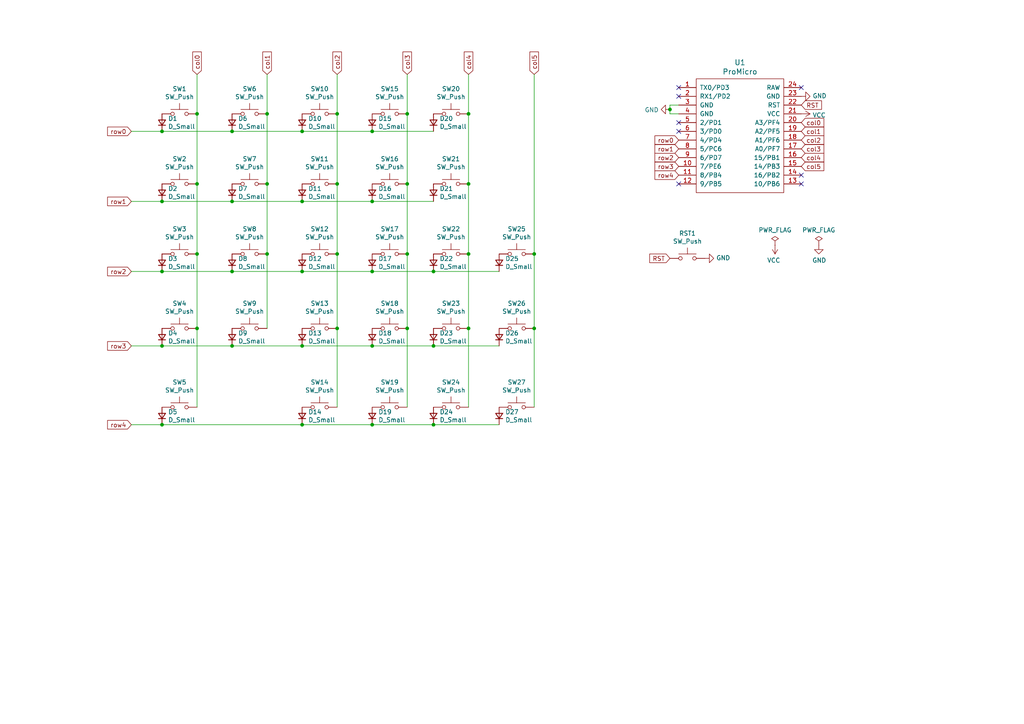
<source format=kicad_sch>
(kicad_sch (version 20210621) (generator eeschema)
  (paper "A4")
  (lib_symbols
    (symbol "Device:D_Small" (pin_numbers hide) (pin_names (offset 0.254) hide)
      (property "Reference" "D" (at -1.27 2.032 0))
      (property "Value" "Device_D_Small" (at -3.81 -2.032 0))
      (symbol "D_Small_0_1"
        (polyline (pts (xy -0.762 -1.016) (xy -0.762 1.016)) (stroke (width 0.254)))
        (polyline (pts (xy -0.762 0) (xy 0.762 0)))
        (polyline (pts (xy 0.762 -1.016) (xy -0.762 0) (xy 0.762 1.016) (xy 0.762 -1.016)) (stroke (width 0.254)))
      )
      (symbol "D_Small_1_1"
        (pin passive line (at -2.54 0 0) (length 1.778) (name "K") (number "1"))
        (pin passive line (at 2.54 0 180) (length 1.778) (name "A") (number "2"))
      )
    )
    (symbol "Switch:SW_Push" (pin_numbers hide) (pin_names (offset 1.016) hide)
      (property "Reference" "SW" (at 1.27 2.54 0))
      (property "Value" "Switch_SW_Push" (at 0 -1.524 0))
      (symbol "SW_Push_0_1"
        (circle (center -2.032 0) (radius 0.508))
        (circle (center 2.032 0) (radius 0.508))
        (polyline (pts (xy 0 1.27) (xy 0 3.048)))
        (polyline (pts (xy 2.54 1.27) (xy -2.54 1.27)))
        (pin passive line (at -5.08 0 0) (length 2.54) (name "1") (number "1"))
        (pin passive line (at 5.08 0 180) (length 2.54) (name "2") (number "2"))
      )
    )
    (symbol "keebio:ProMicro" (pin_names (offset 1.016))
      (property "Reference" "U" (at 0 0 0))
      (property "Value" "ProMicro" (at 0 -19.05 0))
      (symbol "ProMicro_0_1"
        (rectangle (start -12.7 -16.51) (end 12.7 16.51))
      )
      (symbol "ProMicro_1_1"
        (pin input line (at -17.78 13.97 0) (length 5.08) (name "TX0/PD3") (number "1"))
        (pin input line (at -17.78 -8.89 0) (length 5.08) (name "7/PE6") (number "10"))
        (pin input line (at -17.78 -11.43 0) (length 5.08) (name "8/PB4") (number "11"))
        (pin input line (at -17.78 -13.97 0) (length 5.08) (name "9/PB5") (number "12"))
        (pin input line (at 17.78 -13.97 180) (length 5.08) (name "10/PB6") (number "13"))
        (pin input line (at 17.78 -11.43 180) (length 5.08) (name "16/PB2") (number "14"))
        (pin input line (at 17.78 -8.89 180) (length 5.08) (name "14/PB3") (number "15"))
        (pin input line (at 17.78 -6.35 180) (length 5.08) (name "15/PB1") (number "16"))
        (pin input line (at 17.78 -3.81 180) (length 5.08) (name "A0/PF7") (number "17"))
        (pin input line (at 17.78 -1.27 180) (length 5.08) (name "A1/PF6") (number "18"))
        (pin input line (at 17.78 1.27 180) (length 5.08) (name "A2/PF5") (number "19"))
        (pin input line (at -17.78 11.43 0) (length 5.08) (name "RX1/PD2") (number "2"))
        (pin input line (at 17.78 3.81 180) (length 5.08) (name "A3/PF4") (number "20"))
        (pin input line (at 17.78 6.35 180) (length 5.08) (name "VCC") (number "21"))
        (pin input line (at 17.78 8.89 180) (length 5.08) (name "RST") (number "22"))
        (pin input line (at 17.78 11.43 180) (length 5.08) (name "GND") (number "23"))
        (pin input line (at 17.78 13.97 180) (length 5.08) (name "RAW") (number "24"))
        (pin input line (at -17.78 8.89 0) (length 5.08) (name "GND") (number "3"))
        (pin input line (at -17.78 6.35 0) (length 5.08) (name "GND") (number "4"))
        (pin input line (at -17.78 3.81 0) (length 5.08) (name "2/PD1") (number "5"))
        (pin input line (at -17.78 1.27 0) (length 5.08) (name "3/PD0") (number "6"))
        (pin input line (at -17.78 -1.27 0) (length 5.08) (name "4/PD4") (number "7"))
        (pin input line (at -17.78 -3.81 0) (length 5.08) (name "5/PC6") (number "8"))
        (pin input line (at -17.78 -6.35 0) (length 5.08) (name "6/PD7") (number "9"))
      )
    )
    (symbol "power:GND" (power) (pin_names (offset 0))
      (property "Value" "power_GND" (at 0 -3.81 0))
      (symbol "GND_0_1"
        (polyline (pts (xy 0 0) (xy 0 -1.27) (xy 1.27 -1.27) (xy 0 -2.54) (xy -1.27 -1.27) (xy 0 -1.27)))
      )
      (symbol "GND_1_1"
        (pin power_in line (at 0 0 270) (length 0) hide (name "GND") (number "1"))
      )
    )
    (symbol "power:PWR_FLAG" (power) (pin_numbers hide) (pin_names (offset 0) hide)
      (property "Value" "power_PWR_FLAG" (at 0 3.81 0))
      (symbol "PWR_FLAG_0_0"
        (pin power_out line (at 0 0 90) (length 0) (name "pwr") (number "1"))
      )
      (symbol "PWR_FLAG_0_1"
        (polyline (pts (xy 0 0) (xy 0 1.27) (xy -1.016 1.905) (xy 0 2.54) (xy 1.016 1.905) (xy 0 1.27)))
      )
    )
    (symbol "power:VCC" (power) (pin_names (offset 0))
      (property "Value" "power_VCC" (at 0 3.81 0))
      (symbol "VCC_0_1"
        (polyline (pts (xy -0.762 1.27) (xy 0 2.54)))
        (polyline (pts (xy 0 0) (xy 0 2.54)))
        (polyline (pts (xy 0 2.54) (xy 0.762 1.27)))
      )
      (symbol "VCC_1_1"
        (pin power_in line (at 0 0 90) (length 0) hide (name "VCC") (number "1"))
      )
    )
  )
  (junction (at 46.99 38.1))
  (junction (at 46.99 58.42))
  (junction (at 46.99 78.74))
  (junction (at 46.99 100.33))
  (junction (at 46.99 123.19))
  (junction (at 57.15 33.02))
  (junction (at 57.15 53.34))
  (junction (at 57.15 73.66))
  (junction (at 57.15 95.25))
  (junction (at 67.31 38.1))
  (junction (at 67.31 58.42))
  (junction (at 67.31 78.74))
  (junction (at 67.31 100.33))
  (junction (at 77.47 33.02))
  (junction (at 77.47 53.34))
  (junction (at 77.47 73.66))
  (junction (at 87.63 38.1))
  (junction (at 87.63 58.42))
  (junction (at 87.63 78.74))
  (junction (at 87.63 100.33))
  (junction (at 87.63 123.19))
  (junction (at 97.79 33.02))
  (junction (at 97.79 53.34))
  (junction (at 97.79 73.66))
  (junction (at 97.79 95.25))
  (junction (at 107.95 38.1))
  (junction (at 107.95 58.42))
  (junction (at 107.95 78.74))
  (junction (at 107.95 100.33))
  (junction (at 107.95 123.19))
  (junction (at 118.11 33.02))
  (junction (at 118.11 53.34))
  (junction (at 118.11 73.66))
  (junction (at 118.11 95.25))
  (junction (at 125.73 78.74))
  (junction (at 125.73 100.33))
  (junction (at 125.73 123.19))
  (junction (at 135.89 33.02))
  (junction (at 135.89 53.34))
  (junction (at 135.89 73.66))
  (junction (at 135.89 95.25))
  (junction (at 154.94 73.66))
  (junction (at 154.94 95.25))
  (junction (at 194.31 31.75))
  (no_connect (at 196.85 25.4))
  (no_connect (at 196.85 27.94))
  (no_connect (at 196.85 35.56))
  (no_connect (at 196.85 38.1))
  (no_connect (at 196.85 53.34))
  (no_connect (at 232.41 25.4))
  (no_connect (at 232.41 50.8))
  (no_connect (at 232.41 53.34))
  (wire (pts (xy 38.1 58.42) (xy 46.99 58.42)))
  (wire (pts (xy 46.99 38.1) (xy 38.1 38.1)))
  (wire (pts (xy 46.99 78.74) (xy 38.1 78.74)))
  (wire (pts (xy 46.99 100.33) (xy 38.1 100.33)))
  (wire (pts (xy 46.99 123.19) (xy 38.1 123.19)))
  (wire (pts (xy 57.15 21.59) (xy 57.15 33.02)))
  (wire (pts (xy 57.15 33.02) (xy 57.15 53.34)))
  (wire (pts (xy 57.15 53.34) (xy 57.15 73.66)))
  (wire (pts (xy 57.15 73.66) (xy 57.15 95.25)))
  (wire (pts (xy 57.15 95.25) (xy 57.15 118.11)))
  (wire (pts (xy 67.31 38.1) (xy 46.99 38.1)))
  (wire (pts (xy 67.31 58.42) (xy 46.99 58.42)))
  (wire (pts (xy 67.31 78.74) (xy 46.99 78.74)))
  (wire (pts (xy 67.31 100.33) (xy 46.99 100.33)))
  (wire (pts (xy 77.47 21.59) (xy 77.47 33.02)))
  (wire (pts (xy 77.47 33.02) (xy 77.47 53.34)))
  (wire (pts (xy 77.47 73.66) (xy 77.47 53.34)))
  (wire (pts (xy 77.47 73.66) (xy 77.47 95.25)))
  (wire (pts (xy 87.63 38.1) (xy 67.31 38.1)))
  (wire (pts (xy 87.63 58.42) (xy 67.31 58.42)))
  (wire (pts (xy 87.63 78.74) (xy 67.31 78.74)))
  (wire (pts (xy 87.63 100.33) (xy 67.31 100.33)))
  (wire (pts (xy 87.63 123.19) (xy 46.99 123.19)))
  (wire (pts (xy 97.79 21.59) (xy 97.79 33.02)))
  (wire (pts (xy 97.79 33.02) (xy 97.79 53.34)))
  (wire (pts (xy 97.79 73.66) (xy 97.79 53.34)))
  (wire (pts (xy 97.79 95.25) (xy 97.79 73.66)))
  (wire (pts (xy 97.79 118.11) (xy 97.79 95.25)))
  (wire (pts (xy 107.95 38.1) (xy 87.63 38.1)))
  (wire (pts (xy 107.95 58.42) (xy 87.63 58.42)))
  (wire (pts (xy 107.95 78.74) (xy 87.63 78.74)))
  (wire (pts (xy 107.95 100.33) (xy 87.63 100.33)))
  (wire (pts (xy 107.95 123.19) (xy 87.63 123.19)))
  (wire (pts (xy 118.11 33.02) (xy 118.11 21.59)))
  (wire (pts (xy 118.11 33.02) (xy 118.11 53.34)))
  (wire (pts (xy 118.11 73.66) (xy 118.11 53.34)))
  (wire (pts (xy 118.11 95.25) (xy 118.11 73.66)))
  (wire (pts (xy 118.11 118.11) (xy 118.11 95.25)))
  (wire (pts (xy 125.73 38.1) (xy 107.95 38.1)))
  (wire (pts (xy 125.73 58.42) (xy 107.95 58.42)))
  (wire (pts (xy 125.73 78.74) (xy 107.95 78.74)))
  (wire (pts (xy 125.73 100.33) (xy 107.95 100.33)))
  (wire (pts (xy 125.73 123.19) (xy 107.95 123.19)))
  (wire (pts (xy 135.89 21.59) (xy 135.89 33.02)))
  (wire (pts (xy 135.89 33.02) (xy 135.89 53.34)))
  (wire (pts (xy 135.89 53.34) (xy 135.89 73.66)))
  (wire (pts (xy 135.89 73.66) (xy 135.89 95.25)))
  (wire (pts (xy 135.89 95.25) (xy 135.89 118.11)))
  (wire (pts (xy 144.78 78.74) (xy 125.73 78.74)))
  (wire (pts (xy 144.78 100.33) (xy 125.73 100.33)))
  (wire (pts (xy 144.78 123.19) (xy 125.73 123.19)))
  (wire (pts (xy 154.94 21.59) (xy 154.94 73.66)))
  (wire (pts (xy 154.94 73.66) (xy 154.94 95.25)))
  (wire (pts (xy 154.94 95.25) (xy 154.94 118.11)))
  (wire (pts (xy 194.31 30.48) (xy 194.31 31.75)))
  (wire (pts (xy 194.31 33.02) (xy 194.31 31.75)))
  (wire (pts (xy 196.85 30.48) (xy 194.31 30.48)))
  (wire (pts (xy 196.85 33.02) (xy 194.31 33.02)))
  (global_label "row0" (shape input) (at 38.1 38.1 180) (property "Intersheet References" "${INTERSHEET_REFS}" (effects hide)))
  (global_label "row1" (shape input) (at 38.1 58.42 180) (property "Intersheet References" "${INTERSHEET_REFS}" (effects hide)))
  (global_label "row2" (shape input) (at 38.1 78.74 180) (property "Intersheet References" "${INTERSHEET_REFS}" (effects hide)))
  (global_label "row3" (shape input) (at 38.1 100.33 180) (property "Intersheet References" "${INTERSHEET_REFS}" (effects hide)))
  (global_label "row4" (shape input) (at 38.1 123.19 180) (property "Intersheet References" "${INTERSHEET_REFS}" (effects hide)))
  (global_label "col0" (shape input) (at 57.15 21.59 90) (property "Intersheet References" "${INTERSHEET_REFS}" (effects hide)))
  (global_label "col1" (shape input) (at 77.47 21.59 90) (property "Intersheet References" "${INTERSHEET_REFS}" (effects hide)))
  (global_label "col2" (shape input) (at 97.79 21.59 90) (property "Intersheet References" "${INTERSHEET_REFS}" (effects hide)))
  (global_label "col3" (shape input) (at 118.11 21.59 90) (property "Intersheet References" "${INTERSHEET_REFS}" (effects hide)))
  (global_label "col4" (shape input) (at 135.89 21.59 90) (property "Intersheet References" "${INTERSHEET_REFS}" (effects hide)))
  (global_label "col5" (shape input) (at 154.94 21.59 90) (property "Intersheet References" "${INTERSHEET_REFS}" (effects hide)))
  (global_label "RST" (shape input) (at 194.31 74.93 180) (property "Intersheet References" "${INTERSHEET_REFS}" (effects hide)))
  (global_label "row0" (shape input) (at 196.85 40.64 180) (property "Intersheet References" "${INTERSHEET_REFS}" (effects hide)))
  (global_label "row1" (shape input) (at 196.85 43.18 180) (property "Intersheet References" "${INTERSHEET_REFS}" (effects hide)))
  (global_label "row2" (shape input) (at 196.85 45.72 180) (property "Intersheet References" "${INTERSHEET_REFS}" (effects hide)))
  (global_label "row3" (shape input) (at 196.85 48.26 180) (property "Intersheet References" "${INTERSHEET_REFS}" (effects hide)))
  (global_label "row4" (shape input) (at 196.85 50.8 180) (property "Intersheet References" "${INTERSHEET_REFS}" (effects hide)))
  (global_label "RST" (shape input) (at 232.41 30.48 0) (property "Intersheet References" "${INTERSHEET_REFS}" (effects hide)))
  (global_label "col0" (shape input) (at 232.41 35.56 0) (property "Intersheet References" "${INTERSHEET_REFS}" (effects hide)))
  (global_label "col1" (shape input) (at 232.41 38.1 0) (property "Intersheet References" "${INTERSHEET_REFS}" (effects hide)))
  (global_label "col2" (shape input) (at 232.41 40.64 0) (property "Intersheet References" "${INTERSHEET_REFS}" (effects hide)))
  (global_label "col3" (shape input) (at 232.41 43.18 0) (property "Intersheet References" "${INTERSHEET_REFS}" (effects hide)))
  (global_label "col4" (shape input) (at 232.41 45.72 0) (property "Intersheet References" "${INTERSHEET_REFS}" (effects hide)))
  (global_label "col5" (shape input) (at 232.41 48.26 0) (property "Intersheet References" "${INTERSHEET_REFS}" (effects hide)))
  (symbol (lib_id "power:VCC") (at 224.79 71.12 180) (unit 1)
    (property "Reference" "#PWR03" (effects hide))
    (property "Value" "VCC" (at 224.409 75.5142 0))
  )
  (symbol (lib_id "power:VCC") (at 232.41 33.02 270) (unit 1)
    (property "Reference" "#PWR05" (effects hide))
    (property "Value" "VCC" (at 235.6612 33.401 90) (effects (justify left)))
  )
  (symbol (lib_id "power:PWR_FLAG") (at 224.79 71.12 0) (unit 1)
    (property "Reference" "#FLG01" (effects hide))
    (property "Value" "PWR_FLAG" (at 224.79 66.7258 0))
  )
  (symbol (lib_id "power:PWR_FLAG") (at 237.49 71.12 0) (unit 1)
    (property "Reference" "#FLG02" (effects hide))
    (property "Value" "PWR_FLAG" (at 237.49 66.7258 0))
  )
  (symbol (lib_id "power:GND") (at 194.31 31.75 270) (unit 1)
    (property "Reference" "#PWR01" (effects hide))
    (property "Value" "GND" (at 191.0588 31.877 90) (effects (justify right)))
  )
  (symbol (lib_id "power:GND") (at 204.47 74.93 90) (unit 1)
    (property "Reference" "#PWR02" (effects hide))
    (property "Value" "GND" (at 207.7212 74.803 90) (effects (justify right)))
  )
  (symbol (lib_id "power:GND") (at 232.41 27.94 90) (unit 1)
    (property "Reference" "#PWR04" (effects hide))
    (property "Value" "GND" (at 235.6612 27.813 90) (effects (justify right)))
  )
  (symbol (lib_id "power:GND") (at 237.49 71.12 0) (unit 1)
    (property "Reference" "#PWR06" (effects hide))
    (property "Value" "GND" (at 237.617 75.5142 0))
  )
  (symbol (lib_id "Device:D_Small") (at 46.99 35.56 90) (unit 1)
    (property "Reference" "D1" (at 48.768 34.3916 90) (effects (justify right)))
    (property "Value" "D_Small" (at 48.768 36.703 90) (effects (justify right)))
    (property "Footprint" "acheron_Components:D_THT_7.62mm" (effects hide))
  )
  (symbol (lib_id "Device:D_Small") (at 46.99 55.88 90) (unit 1)
    (property "Reference" "D2" (at 48.768 54.7116 90) (effects (justify right)))
    (property "Value" "D_Small" (at 48.768 57.023 90) (effects (justify right)))
    (property "Footprint" "acheron_Components:D_THT_7.62mm" (effects hide))
  )
  (symbol (lib_id "Device:D_Small") (at 46.99 76.2 90) (unit 1)
    (property "Reference" "D3" (at 48.768 75.0316 90) (effects (justify right)))
    (property "Value" "D_Small" (at 48.768 77.343 90) (effects (justify right)))
    (property "Footprint" "acheron_Components:D_THT_7.62mm" (effects hide))
  )
  (symbol (lib_id "Device:D_Small") (at 46.99 97.79 90) (unit 1)
    (property "Reference" "D4" (at 48.768 96.6216 90) (effects (justify right)))
    (property "Value" "D_Small" (at 48.768 98.933 90) (effects (justify right)))
    (property "Footprint" "acheron_Components:D_THT_7.62mm" (effects hide))
  )
  (symbol (lib_id "Device:D_Small") (at 46.99 120.65 90) (unit 1)
    (property "Reference" "D5" (at 48.768 119.4816 90) (effects (justify right)))
    (property "Value" "D_Small" (at 48.768 121.793 90) (effects (justify right)))
    (property "Footprint" "acheron_Components:D_THT_7.62mm" (effects hide))
  )
  (symbol (lib_id "Device:D_Small") (at 67.31 35.56 90) (unit 1)
    (property "Reference" "D6" (at 69.088 34.3916 90) (effects (justify right)))
    (property "Value" "D_Small" (at 69.088 36.703 90) (effects (justify right)))
    (property "Footprint" "acheron_Components:D_THT_7.62mm" (effects hide))
  )
  (symbol (lib_id "Device:D_Small") (at 67.31 55.88 90) (unit 1)
    (property "Reference" "D7" (at 69.088 54.7116 90) (effects (justify right)))
    (property "Value" "D_Small" (at 69.088 57.023 90) (effects (justify right)))
    (property "Footprint" "acheron_Components:D_THT_7.62mm" (effects hide))
  )
  (symbol (lib_id "Device:D_Small") (at 67.31 76.2 90) (unit 1)
    (property "Reference" "D8" (at 69.088 75.0316 90) (effects (justify right)))
    (property "Value" "D_Small" (at 69.088 77.343 90) (effects (justify right)))
    (property "Footprint" "acheron_Components:D_THT_7.62mm" (effects hide))
  )
  (symbol (lib_id "Device:D_Small") (at 67.31 97.79 90) (unit 1)
    (property "Reference" "D9" (at 69.088 96.6216 90) (effects (justify right)))
    (property "Value" "D_Small" (at 69.088 98.933 90) (effects (justify right)))
    (property "Footprint" "acheron_Components:D_THT_7.62mm" (effects hide))
  )
  (symbol (lib_id "Device:D_Small") (at 87.63 35.56 90) (unit 1)
    (property "Reference" "D10" (at 89.408 34.3916 90) (effects (justify right)))
    (property "Value" "D_Small" (at 89.408 36.703 90) (effects (justify right)))
    (property "Footprint" "acheron_Components:D_THT_7.62mm" (effects hide))
  )
  (symbol (lib_id "Device:D_Small") (at 87.63 55.88 90) (unit 1)
    (property "Reference" "D11" (at 89.408 54.7116 90) (effects (justify right)))
    (property "Value" "D_Small" (at 89.408 57.023 90) (effects (justify right)))
    (property "Footprint" "acheron_Components:D_THT_7.62mm" (effects hide))
  )
  (symbol (lib_id "Device:D_Small") (at 87.63 76.2 90) (unit 1)
    (property "Reference" "D12" (at 89.408 75.0316 90) (effects (justify right)))
    (property "Value" "D_Small" (at 89.408 77.343 90) (effects (justify right)))
    (property "Footprint" "acheron_Components:D_THT_7.62mm" (effects hide))
  )
  (symbol (lib_id "Device:D_Small") (at 87.63 97.79 90) (unit 1)
    (property "Reference" "D13" (at 89.408 96.6216 90) (effects (justify right)))
    (property "Value" "D_Small" (at 89.408 98.933 90) (effects (justify right)))
    (property "Footprint" "acheron_Components:D_THT_7.62mm" (effects hide))
  )
  (symbol (lib_id "Device:D_Small") (at 87.63 120.65 90) (unit 1)
    (property "Reference" "D14" (at 89.408 119.4816 90) (effects (justify right)))
    (property "Value" "D_Small" (at 89.408 121.793 90) (effects (justify right)))
    (property "Footprint" "acheron_Components:D_THT_7.62mm" (effects hide))
  )
  (symbol (lib_id "Device:D_Small") (at 107.95 35.56 90) (unit 1)
    (property "Reference" "D15" (at 109.728 34.3916 90) (effects (justify right)))
    (property "Value" "D_Small" (at 109.728 36.703 90) (effects (justify right)))
    (property "Footprint" "acheron_Components:D_THT_7.62mm" (effects hide))
  )
  (symbol (lib_id "Device:D_Small") (at 107.95 55.88 90) (unit 1)
    (property "Reference" "D16" (at 109.728 54.7116 90) (effects (justify right)))
    (property "Value" "D_Small" (at 109.728 57.023 90) (effects (justify right)))
    (property "Footprint" "acheron_Components:D_THT_7.62mm" (effects hide))
  )
  (symbol (lib_id "Device:D_Small") (at 107.95 76.2 90) (unit 1)
    (property "Reference" "D17" (at 109.728 75.0316 90) (effects (justify right)))
    (property "Value" "D_Small" (at 109.728 77.343 90) (effects (justify right)))
    (property "Footprint" "acheron_Components:D_THT_7.62mm" (effects hide))
  )
  (symbol (lib_id "Device:D_Small") (at 107.95 97.79 90) (unit 1)
    (property "Reference" "D18" (at 109.728 96.6216 90) (effects (justify right)))
    (property "Value" "D_Small" (at 109.728 98.933 90) (effects (justify right)))
    (property "Footprint" "acheron_Components:D_THT_7.62mm" (effects hide))
  )
  (symbol (lib_id "Device:D_Small") (at 107.95 120.65 90) (unit 1)
    (property "Reference" "D19" (at 109.728 119.4816 90) (effects (justify right)))
    (property "Value" "D_Small" (at 109.728 121.793 90) (effects (justify right)))
    (property "Footprint" "acheron_Components:D_THT_7.62mm" (effects hide))
  )
  (symbol (lib_id "Device:D_Small") (at 125.73 35.56 90) (unit 1)
    (property "Reference" "D20" (at 127.508 34.3916 90) (effects (justify right)))
    (property "Value" "D_Small" (at 127.508 36.703 90) (effects (justify right)))
    (property "Footprint" "acheron_Components:D_THT_7.62mm" (effects hide))
  )
  (symbol (lib_id "Device:D_Small") (at 125.73 55.88 90) (unit 1)
    (property "Reference" "D21" (at 127.508 54.7116 90) (effects (justify right)))
    (property "Value" "D_Small" (at 127.508 57.023 90) (effects (justify right)))
    (property "Footprint" "acheron_Components:D_THT_7.62mm" (effects hide))
  )
  (symbol (lib_id "Device:D_Small") (at 125.73 76.2 90) (unit 1)
    (property "Reference" "D22" (at 127.508 75.0316 90) (effects (justify right)))
    (property "Value" "D_Small" (at 127.508 77.343 90) (effects (justify right)))
    (property "Footprint" "acheron_Components:D_THT_7.62mm" (effects hide))
  )
  (symbol (lib_id "Device:D_Small") (at 125.73 97.79 90) (unit 1)
    (property "Reference" "D23" (at 127.508 96.6216 90) (effects (justify right)))
    (property "Value" "D_Small" (at 127.508 98.933 90) (effects (justify right)))
    (property "Footprint" "acheron_Components:D_THT_7.62mm" (effects hide))
  )
  (symbol (lib_id "Device:D_Small") (at 125.73 120.65 90) (unit 1)
    (property "Reference" "D24" (at 127.508 119.4816 90) (effects (justify right)))
    (property "Value" "D_Small" (at 127.508 121.793 90) (effects (justify right)))
    (property "Footprint" "acheron_Components:D_THT_7.62mm" (effects hide))
  )
  (symbol (lib_id "Device:D_Small") (at 144.78 76.2 90) (unit 1)
    (property "Reference" "D25" (at 146.558 75.0316 90) (effects (justify right)))
    (property "Value" "D_Small" (at 146.558 77.343 90) (effects (justify right)))
    (property "Footprint" "acheron_Components:D_THT_7.62mm" (effects hide))
  )
  (symbol (lib_id "Device:D_Small") (at 144.78 97.79 90) (unit 1)
    (property "Reference" "D26" (at 146.558 96.6216 90) (effects (justify right)))
    (property "Value" "D_Small" (at 146.558 98.933 90) (effects (justify right)))
    (property "Footprint" "acheron_Components:D_THT_7.62mm" (effects hide))
  )
  (symbol (lib_id "Device:D_Small") (at 144.78 120.65 90) (unit 1)
    (property "Reference" "D27" (at 146.558 119.4816 90) (effects (justify right)))
    (property "Value" "D_Small" (at 146.558 121.793 90) (effects (justify right)))
    (property "Footprint" "acheron_Components:D_THT_7.62mm" (effects hide))
  )
  (symbol (lib_id "Switch:SW_Push") (at 52.07 33.02 0) (unit 1)
    (property "Reference" "SW1" (at 52.07 25.781 0))
    (property "Value" "SW_Push" (at 52.07 28.0924 0))
    (property "Footprint" "MX_Only:MXOnly-1U-NoLED" (effects hide))
  )
  (symbol (lib_id "Switch:SW_Push") (at 52.07 53.34 0) (unit 1)
    (property "Reference" "SW2" (at 52.07 46.101 0))
    (property "Value" "SW_Push" (at 52.07 48.4124 0))
    (property "Footprint" "MX_Only:MXOnly-1U-NoLED" (effects hide))
  )
  (symbol (lib_id "Switch:SW_Push") (at 52.07 73.66 0) (unit 1)
    (property "Reference" "SW3" (at 52.07 66.421 0))
    (property "Value" "SW_Push" (at 52.07 68.7324 0))
    (property "Footprint" "MX_Only:MXOnly-1U-NoLED" (effects hide))
  )
  (symbol (lib_id "Switch:SW_Push") (at 52.07 95.25 0) (unit 1)
    (property "Reference" "SW4" (at 52.07 88.011 0))
    (property "Value" "SW_Push" (at 52.07 90.3224 0))
    (property "Footprint" "MX_Only:MXOnly-1U-NoLED" (effects hide))
  )
  (symbol (lib_id "Switch:SW_Push") (at 52.07 118.11 0) (unit 1)
    (property "Reference" "SW5" (at 52.07 110.871 0))
    (property "Value" "SW_Push" (at 52.07 113.1824 0))
    (property "Footprint" "MX_Only:MXOnly-1U-NoLED" (effects hide))
  )
  (symbol (lib_id "Switch:SW_Push") (at 72.39 33.02 0) (unit 1)
    (property "Reference" "SW6" (at 72.39 25.781 0))
    (property "Value" "SW_Push" (at 72.39 28.0924 0))
    (property "Footprint" "MX_Only:MXOnly-1U-NoLED" (effects hide))
  )
  (symbol (lib_id "Switch:SW_Push") (at 72.39 53.34 0) (unit 1)
    (property "Reference" "SW7" (at 72.39 46.101 0))
    (property "Value" "SW_Push" (at 72.39 48.4124 0))
    (property "Footprint" "MX_Only:MXOnly-1U-NoLED" (effects hide))
  )
  (symbol (lib_id "Switch:SW_Push") (at 72.39 73.66 0) (unit 1)
    (property "Reference" "SW8" (at 72.39 66.421 0))
    (property "Value" "SW_Push" (at 72.39 68.7324 0))
    (property "Footprint" "MX_Only:MXOnly-1U-NoLED" (effects hide))
  )
  (symbol (lib_id "Switch:SW_Push") (at 72.39 95.25 0) (unit 1)
    (property "Reference" "SW9" (at 72.39 88.011 0))
    (property "Value" "SW_Push" (at 72.39 90.3224 0))
    (property "Footprint" "MX_Only:MXOnly-1U-NoLED" (effects hide))
  )
  (symbol (lib_id "Switch:SW_Push") (at 92.71 33.02 0) (unit 1)
    (property "Reference" "SW10" (at 92.71 25.781 0))
    (property "Value" "SW_Push" (at 92.71 28.0924 0))
    (property "Footprint" "MX_Only:MXOnly-1U-NoLED" (effects hide))
  )
  (symbol (lib_id "Switch:SW_Push") (at 92.71 53.34 0) (unit 1)
    (property "Reference" "SW11" (at 92.71 46.101 0))
    (property "Value" "SW_Push" (at 92.71 48.4124 0))
    (property "Footprint" "MX_Only:MXOnly-1U-NoLED" (effects hide))
  )
  (symbol (lib_id "Switch:SW_Push") (at 92.71 73.66 0) (unit 1)
    (property "Reference" "SW12" (at 92.71 66.421 0))
    (property "Value" "SW_Push" (at 92.71 68.7324 0))
    (property "Footprint" "MX_Only:MXOnly-1U-NoLED" (effects hide))
  )
  (symbol (lib_id "Switch:SW_Push") (at 92.71 95.25 0) (unit 1)
    (property "Reference" "SW13" (at 92.71 88.011 0))
    (property "Value" "SW_Push" (at 92.71 90.3224 0))
    (property "Footprint" "MX_Only:MXOnly-1U-NoLED" (effects hide))
  )
  (symbol (lib_id "Switch:SW_Push") (at 92.71 118.11 0) (unit 1)
    (property "Reference" "SW14" (at 92.71 110.871 0))
    (property "Value" "SW_Push" (at 92.71 113.1824 0))
    (property "Footprint" "MX_Only:MXOnly-1U-NoLED" (effects hide))
  )
  (symbol (lib_id "Switch:SW_Push") (at 113.03 33.02 0) (unit 1)
    (property "Reference" "SW15" (at 113.03 25.781 0))
    (property "Value" "SW_Push" (at 113.03 28.0924 0))
    (property "Footprint" "MX_Only:MXOnly-1U-NoLED" (effects hide))
  )
  (symbol (lib_id "Switch:SW_Push") (at 113.03 53.34 0) (unit 1)
    (property "Reference" "SW16" (at 113.03 46.101 0))
    (property "Value" "SW_Push" (at 113.03 48.4124 0))
    (property "Footprint" "MX_Only:MXOnly-1U-NoLED" (effects hide))
  )
  (symbol (lib_id "Switch:SW_Push") (at 113.03 73.66 0) (unit 1)
    (property "Reference" "SW17" (at 113.03 66.421 0))
    (property "Value" "SW_Push" (at 113.03 68.7324 0))
    (property "Footprint" "MX_Only:MXOnly-1U-NoLED" (effects hide))
  )
  (symbol (lib_id "Switch:SW_Push") (at 113.03 95.25 0) (unit 1)
    (property "Reference" "SW18" (at 113.03 88.011 0))
    (property "Value" "SW_Push" (at 113.03 90.3224 0))
    (property "Footprint" "MX_Only:MXOnly-1U-NoLED" (effects hide))
  )
  (symbol (lib_id "Switch:SW_Push") (at 113.03 118.11 0) (unit 1)
    (property "Reference" "SW19" (at 113.03 110.871 0))
    (property "Value" "SW_Push" (at 113.03 113.1824 0))
    (property "Footprint" "MX_Only:MXOnly-1U-NoLED" (effects hide))
  )
  (symbol (lib_id "Switch:SW_Push") (at 130.81 33.02 0) (unit 1)
    (property "Reference" "SW20" (at 130.81 25.781 0))
    (property "Value" "SW_Push" (at 130.81 28.0924 0))
    (property "Footprint" "MX_Only:MXOnly-1U-NoLED" (effects hide))
  )
  (symbol (lib_id "Switch:SW_Push") (at 130.81 53.34 0) (unit 1)
    (property "Reference" "SW21" (at 130.81 46.101 0))
    (property "Value" "SW_Push" (at 130.81 48.4124 0))
    (property "Footprint" "MX_Only:MXOnly-1U-NoLED" (effects hide))
  )
  (symbol (lib_id "Switch:SW_Push") (at 130.81 73.66 0) (unit 1)
    (property "Reference" "SW22" (at 130.81 66.421 0))
    (property "Value" "SW_Push" (at 130.81 68.7324 0))
    (property "Footprint" "MX_Only:MXOnly-1U-NoLED" (effects hide))
  )
  (symbol (lib_id "Switch:SW_Push") (at 130.81 95.25 0) (unit 1)
    (property "Reference" "SW23" (at 130.81 88.011 0))
    (property "Value" "SW_Push" (at 130.81 90.3224 0))
    (property "Footprint" "MX_Only:MXOnly-1U-NoLED" (effects hide))
  )
  (symbol (lib_id "Switch:SW_Push") (at 130.81 118.11 0) (unit 1)
    (property "Reference" "SW24" (at 130.81 110.871 0))
    (property "Value" "SW_Push" (at 130.81 113.1824 0))
    (property "Footprint" "MX_Only:MXOnly-1U-NoLED" (effects hide))
  )
  (symbol (lib_id "Switch:SW_Push") (at 149.86 73.66 0) (unit 1)
    (property "Reference" "SW25" (at 149.86 66.421 0))
    (property "Value" "SW_Push" (at 149.86 68.7324 0))
    (property "Footprint" "MX_Only:MXOnly-1U-NoLED" (effects hide))
  )
  (symbol (lib_id "Switch:SW_Push") (at 149.86 95.25 0) (unit 1)
    (property "Reference" "SW26" (at 149.86 88.011 0))
    (property "Value" "SW_Push" (at 149.86 90.3224 0))
    (property "Footprint" "MX_Only:MXOnly-1U-NoLED" (effects hide))
  )
  (symbol (lib_id "Switch:SW_Push") (at 149.86 118.11 0) (unit 1)
    (property "Reference" "SW27" (at 149.86 110.871 0))
    (property "Value" "SW_Push" (at 149.86 113.1824 0))
    (property "Footprint" "MX_Only:MXOnly-1U-NoLED" (effects hide))
  )
  (symbol (lib_id "Switch:SW_Push") (at 199.39 74.93 0) (unit 1)
    (property "Reference" "RST1" (at 199.39 67.691 0))
    (property "Value" "SW_Push" (at 199.39 70.0024 0))
    (property "Footprint" "used_footprints:Switch_Reset_THT" (effects hide))
  )
  (symbol (lib_id "keebio:ProMicro") (at 214.63 39.37 0) (unit 1)
    (property "Reference" "U1" (at 214.63 18.1102 0) (effects (font (size 1.524 1.524))))
    (property "Value" "ProMicro" (at 214.63 20.8026 0) (effects (font (size 1.524 1.524))))
    (property "Footprint" "Keebio-Parts:ArduinoProMicro-ZigZag" (effects hide))
  )
)
</source>
